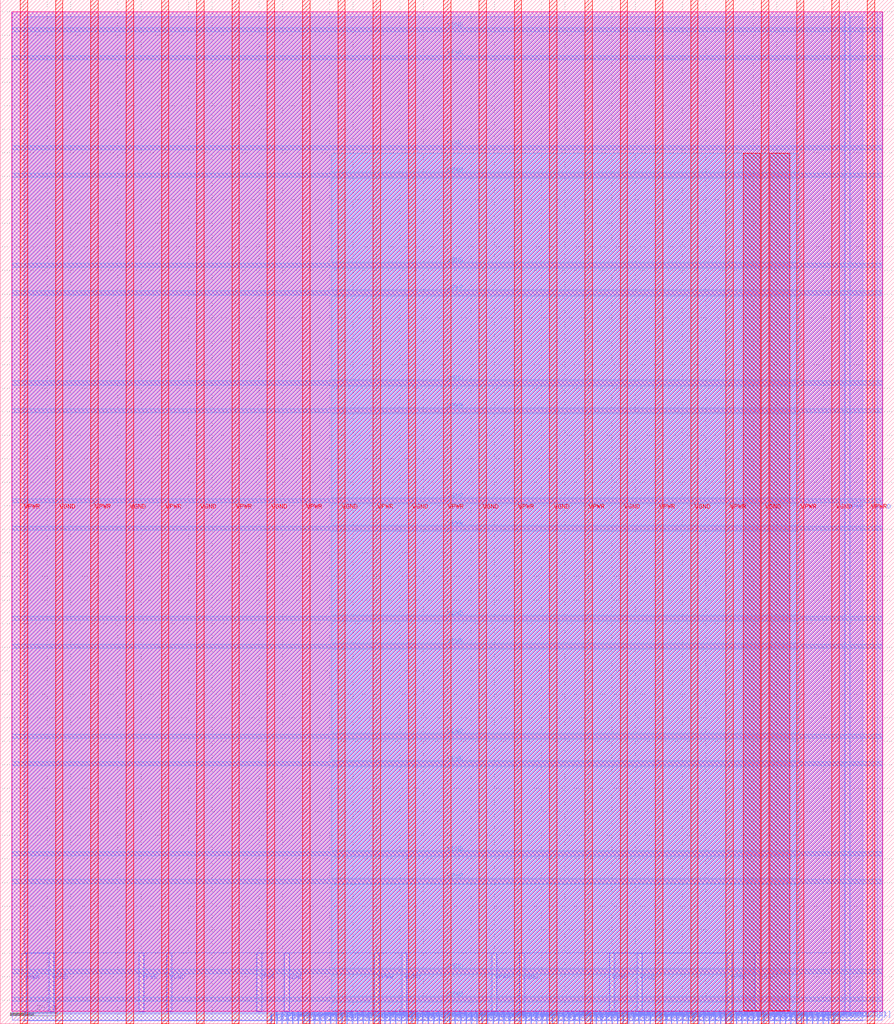
<source format=lef>
VERSION 5.7 ;
  NOWIREEXTENSIONATPIN ON ;
  DIVIDERCHAR "/" ;
  BUSBITCHARS "[]" ;
MACRO SRAM_1024x32_wb_wrapper
  CLASS BLOCK ;
  FOREIGN SRAM_1024x32_wb_wrapper ;
  ORIGIN 0.000 0.000 ;
  SIZE 380.000 BY 435.000 ;
  PIN VGND
    DIRECTION INOUT ;
    USE GROUND ;
    PORT
      LAYER met2 ;
        RECT 20.940 5.200 22.700 29.860 ;
    END
    PORT
      LAYER met2 ;
        RECT 70.940 5.200 72.700 29.860 ;
    END
    PORT
      LAYER met2 ;
        RECT 120.940 5.200 122.700 29.860 ;
    END
    PORT
      LAYER met2 ;
        RECT 170.940 5.200 172.700 29.860 ;
    END
    PORT
      LAYER met2 ;
        RECT 220.940 5.200 222.700 29.860 ;
    END
    PORT
      LAYER met2 ;
        RECT 270.940 5.200 272.700 29.720 ;
    END
    PORT
      LAYER met2 ;
        RECT 320.940 5.200 322.700 29.860 ;
    END
    PORT
      LAYER met2 ;
        RECT 370.940 5.200 372.700 430.000 ;
    END
    PORT
      LAYER met3 ;
        RECT 4.820 21.320 375.140 23.080 ;
    END
    PORT
      LAYER met3 ;
        RECT 4.820 71.320 375.140 73.080 ;
    END
    PORT
      LAYER met3 ;
        RECT 4.820 121.320 375.140 123.080 ;
    END
    PORT
      LAYER met3 ;
        RECT 4.820 171.320 375.140 173.080 ;
    END
    PORT
      LAYER met3 ;
        RECT 4.820 221.320 375.140 223.080 ;
    END
    PORT
      LAYER met3 ;
        RECT 4.820 271.320 375.140 273.080 ;
    END
    PORT
      LAYER met3 ;
        RECT 4.820 321.320 375.140 323.080 ;
    END
    PORT
      LAYER met3 ;
        RECT 4.820 371.320 375.140 373.080 ;
    END
    PORT
      LAYER met3 ;
        RECT 4.820 421.320 375.140 423.080 ;
    END
    PORT
      LAYER met4 ;
        RECT 23.510 0.000 26.610 435.000 ;
    END
    PORT
      LAYER met4 ;
        RECT 53.510 0.000 56.610 435.000 ;
    END
    PORT
      LAYER met4 ;
        RECT 83.510 0.000 86.610 435.000 ;
    END
    PORT
      LAYER met4 ;
        RECT 113.510 0.000 116.610 435.000 ;
    END
    PORT
      LAYER met4 ;
        RECT 143.510 0.000 146.610 435.000 ;
    END
    PORT
      LAYER met4 ;
        RECT 173.510 0.000 176.610 435.000 ;
    END
    PORT
      LAYER met4 ;
        RECT 203.510 0.000 206.610 435.000 ;
    END
    PORT
      LAYER met4 ;
        RECT 233.510 0.000 236.610 435.000 ;
    END
    PORT
      LAYER met4 ;
        RECT 263.510 0.000 266.610 435.000 ;
    END
    PORT
      LAYER met4 ;
        RECT 293.510 0.000 296.610 435.000 ;
    END
    PORT
      LAYER met4 ;
        RECT 323.510 0.000 326.610 435.000 ;
    END
    PORT
      LAYER met4 ;
        RECT 353.510 0.000 356.610 435.000 ;
    END
  END VGND
  PIN VPWR
    DIRECTION INOUT ;
    USE POWER ;
    PORT
      LAYER met2 ;
        RECT 9.180 5.200 10.940 29.720 ;
    END
    PORT
      LAYER met2 ;
        RECT 59.180 5.200 60.940 29.860 ;
    END
    PORT
      LAYER met2 ;
        RECT 109.180 5.200 110.940 29.860 ;
    END
    PORT
      LAYER met2 ;
        RECT 159.180 5.200 160.940 29.860 ;
    END
    PORT
      LAYER met2 ;
        RECT 209.180 5.200 210.940 29.860 ;
    END
    PORT
      LAYER met2 ;
        RECT 259.180 5.200 260.940 29.860 ;
    END
    PORT
      LAYER met2 ;
        RECT 309.180 5.200 310.940 29.860 ;
    END
    PORT
      LAYER met2 ;
        RECT 359.180 5.200 360.940 430.000 ;
    END
    PORT
      LAYER met3 ;
        RECT 4.820 9.560 375.140 11.320 ;
    END
    PORT
      LAYER met3 ;
        RECT 4.820 59.560 375.140 61.320 ;
    END
    PORT
      LAYER met3 ;
        RECT 4.820 109.560 375.140 111.320 ;
    END
    PORT
      LAYER met3 ;
        RECT 4.820 159.560 375.140 161.320 ;
    END
    PORT
      LAYER met3 ;
        RECT 4.820 209.560 375.140 211.320 ;
    END
    PORT
      LAYER met3 ;
        RECT 4.820 259.560 375.140 261.320 ;
    END
    PORT
      LAYER met3 ;
        RECT 4.820 309.560 375.140 311.320 ;
    END
    PORT
      LAYER met3 ;
        RECT 4.820 359.560 375.140 361.320 ;
    END
    PORT
      LAYER met3 ;
        RECT 4.820 409.560 375.140 411.320 ;
    END
    PORT
      LAYER met4 ;
        RECT 8.510 0.000 11.610 435.000 ;
    END
    PORT
      LAYER met4 ;
        RECT 38.510 0.000 41.610 435.000 ;
    END
    PORT
      LAYER met4 ;
        RECT 68.510 0.000 71.610 435.000 ;
    END
    PORT
      LAYER met4 ;
        RECT 98.510 0.000 101.610 435.000 ;
    END
    PORT
      LAYER met4 ;
        RECT 128.510 0.000 131.610 435.000 ;
    END
    PORT
      LAYER met4 ;
        RECT 158.510 0.000 161.610 435.000 ;
    END
    PORT
      LAYER met4 ;
        RECT 188.510 0.000 191.610 435.000 ;
    END
    PORT
      LAYER met4 ;
        RECT 218.510 0.000 221.610 435.000 ;
    END
    PORT
      LAYER met4 ;
        RECT 248.510 0.000 251.610 435.000 ;
    END
    PORT
      LAYER met4 ;
        RECT 278.510 0.000 281.610 435.000 ;
    END
    PORT
      LAYER met4 ;
        RECT 308.510 0.000 311.610 435.000 ;
    END
    PORT
      LAYER met4 ;
        RECT 338.510 0.000 341.610 435.000 ;
    END
    PORT
      LAYER met4 ;
        RECT 368.510 0.000 371.610 435.000 ;
    END
  END VPWR
  PIN wb_clk_i
    DIRECTION INPUT ;
    USE SIGNAL ;
    ANTENNAGATEAREA 0.852000 ;
    PORT
      LAYER met2 ;
        RECT 115.090 0.000 115.370 4.000 ;
    END
  END wb_clk_i
  PIN wb_rst_i
    DIRECTION INPUT ;
    USE SIGNAL ;
    ANTENNAGATEAREA 0.196500 ;
    PORT
      LAYER met2 ;
        RECT 117.390 0.000 117.670 4.000 ;
    END
  END wb_rst_i
  PIN wbs_ack_o
    DIRECTION OUTPUT ;
    USE SIGNAL ;
    ANTENNADIFFAREA 2.673000 ;
    PORT
      LAYER met2 ;
        RECT 119.690 0.000 119.970 4.000 ;
    END
  END wbs_ack_o
  PIN wbs_adr_i[0]
    DIRECTION INPUT ;
    USE SIGNAL ;
    ANTENNAGATEAREA 0.126000 ;
    PORT
      LAYER met2 ;
        RECT 128.890 0.000 129.170 4.000 ;
    END
  END wbs_adr_i[0]
  PIN wbs_adr_i[10]
    DIRECTION INPUT ;
    USE SIGNAL ;
    PORT
      LAYER met2 ;
        RECT 207.090 0.000 207.370 4.000 ;
    END
  END wbs_adr_i[10]
  PIN wbs_adr_i[11]
    DIRECTION INPUT ;
    USE SIGNAL ;
    PORT
      LAYER met2 ;
        RECT 213.990 0.000 214.270 4.000 ;
    END
  END wbs_adr_i[11]
  PIN wbs_adr_i[12]
    DIRECTION INPUT ;
    USE SIGNAL ;
    PORT
      LAYER met2 ;
        RECT 220.890 0.000 221.170 4.000 ;
    END
  END wbs_adr_i[12]
  PIN wbs_adr_i[13]
    DIRECTION INPUT ;
    USE SIGNAL ;
    PORT
      LAYER met2 ;
        RECT 227.790 0.000 228.070 4.000 ;
    END
  END wbs_adr_i[13]
  PIN wbs_adr_i[14]
    DIRECTION INPUT ;
    USE SIGNAL ;
    PORT
      LAYER met2 ;
        RECT 234.690 0.000 234.970 4.000 ;
    END
  END wbs_adr_i[14]
  PIN wbs_adr_i[15]
    DIRECTION INPUT ;
    USE SIGNAL ;
    PORT
      LAYER met2 ;
        RECT 241.590 0.000 241.870 4.000 ;
    END
  END wbs_adr_i[15]
  PIN wbs_adr_i[16]
    DIRECTION INPUT ;
    USE SIGNAL ;
    PORT
      LAYER met2 ;
        RECT 248.490 0.000 248.770 4.000 ;
    END
  END wbs_adr_i[16]
  PIN wbs_adr_i[17]
    DIRECTION INPUT ;
    USE SIGNAL ;
    PORT
      LAYER met2 ;
        RECT 255.390 0.000 255.670 4.000 ;
    END
  END wbs_adr_i[17]
  PIN wbs_adr_i[18]
    DIRECTION INPUT ;
    USE SIGNAL ;
    PORT
      LAYER met2 ;
        RECT 262.290 0.000 262.570 4.000 ;
    END
  END wbs_adr_i[18]
  PIN wbs_adr_i[19]
    DIRECTION INPUT ;
    USE SIGNAL ;
    PORT
      LAYER met2 ;
        RECT 269.190 0.000 269.470 4.000 ;
    END
  END wbs_adr_i[19]
  PIN wbs_adr_i[1]
    DIRECTION INPUT ;
    USE SIGNAL ;
    ANTENNAGATEAREA 0.126000 ;
    PORT
      LAYER met2 ;
        RECT 138.090 0.000 138.370 4.000 ;
    END
  END wbs_adr_i[1]
  PIN wbs_adr_i[20]
    DIRECTION INPUT ;
    USE SIGNAL ;
    PORT
      LAYER met2 ;
        RECT 276.090 0.000 276.370 4.000 ;
    END
  END wbs_adr_i[20]
  PIN wbs_adr_i[21]
    DIRECTION INPUT ;
    USE SIGNAL ;
    PORT
      LAYER met2 ;
        RECT 282.990 0.000 283.270 4.000 ;
    END
  END wbs_adr_i[21]
  PIN wbs_adr_i[22]
    DIRECTION INPUT ;
    USE SIGNAL ;
    PORT
      LAYER met2 ;
        RECT 289.890 0.000 290.170 4.000 ;
    END
  END wbs_adr_i[22]
  PIN wbs_adr_i[23]
    DIRECTION INPUT ;
    USE SIGNAL ;
    PORT
      LAYER met2 ;
        RECT 296.790 0.000 297.070 4.000 ;
    END
  END wbs_adr_i[23]
  PIN wbs_adr_i[24]
    DIRECTION INPUT ;
    USE SIGNAL ;
    PORT
      LAYER met2 ;
        RECT 303.690 0.000 303.970 4.000 ;
    END
  END wbs_adr_i[24]
  PIN wbs_adr_i[25]
    DIRECTION INPUT ;
    USE SIGNAL ;
    PORT
      LAYER met2 ;
        RECT 310.590 0.000 310.870 4.000 ;
    END
  END wbs_adr_i[25]
  PIN wbs_adr_i[26]
    DIRECTION INPUT ;
    USE SIGNAL ;
    PORT
      LAYER met2 ;
        RECT 317.490 0.000 317.770 4.000 ;
    END
  END wbs_adr_i[26]
  PIN wbs_adr_i[27]
    DIRECTION INPUT ;
    USE SIGNAL ;
    PORT
      LAYER met2 ;
        RECT 324.390 0.000 324.670 4.000 ;
    END
  END wbs_adr_i[27]
  PIN wbs_adr_i[28]
    DIRECTION INPUT ;
    USE SIGNAL ;
    PORT
      LAYER met2 ;
        RECT 331.290 0.000 331.570 4.000 ;
    END
  END wbs_adr_i[28]
  PIN wbs_adr_i[29]
    DIRECTION INPUT ;
    USE SIGNAL ;
    PORT
      LAYER met2 ;
        RECT 338.190 0.000 338.470 4.000 ;
    END
  END wbs_adr_i[29]
  PIN wbs_adr_i[2]
    DIRECTION INPUT ;
    USE SIGNAL ;
    ANTENNAGATEAREA 0.126000 ;
    PORT
      LAYER met2 ;
        RECT 147.290 0.000 147.570 4.000 ;
    END
  END wbs_adr_i[2]
  PIN wbs_adr_i[30]
    DIRECTION INPUT ;
    USE SIGNAL ;
    PORT
      LAYER met2 ;
        RECT 345.090 0.000 345.370 4.000 ;
    END
  END wbs_adr_i[30]
  PIN wbs_adr_i[31]
    DIRECTION INPUT ;
    USE SIGNAL ;
    PORT
      LAYER met2 ;
        RECT 351.990 0.000 352.270 4.000 ;
    END
  END wbs_adr_i[31]
  PIN wbs_adr_i[3]
    DIRECTION INPUT ;
    USE SIGNAL ;
    ANTENNAGATEAREA 0.126000 ;
    PORT
      LAYER met2 ;
        RECT 156.490 0.000 156.770 4.000 ;
    END
  END wbs_adr_i[3]
  PIN wbs_adr_i[4]
    DIRECTION INPUT ;
    USE SIGNAL ;
    ANTENNAGATEAREA 0.126000 ;
    PORT
      LAYER met2 ;
        RECT 165.690 0.000 165.970 4.000 ;
    END
  END wbs_adr_i[4]
  PIN wbs_adr_i[5]
    DIRECTION INPUT ;
    USE SIGNAL ;
    ANTENNAGATEAREA 0.126000 ;
    PORT
      LAYER met2 ;
        RECT 172.590 0.000 172.870 4.000 ;
    END
  END wbs_adr_i[5]
  PIN wbs_adr_i[6]
    DIRECTION INPUT ;
    USE SIGNAL ;
    ANTENNAGATEAREA 0.126000 ;
    PORT
      LAYER met2 ;
        RECT 179.490 0.000 179.770 4.000 ;
    END
  END wbs_adr_i[6]
  PIN wbs_adr_i[7]
    DIRECTION INPUT ;
    USE SIGNAL ;
    ANTENNAGATEAREA 0.126000 ;
    PORT
      LAYER met2 ;
        RECT 186.390 0.000 186.670 4.000 ;
    END
  END wbs_adr_i[7]
  PIN wbs_adr_i[8]
    DIRECTION INPUT ;
    USE SIGNAL ;
    ANTENNAGATEAREA 0.126000 ;
    PORT
      LAYER met2 ;
        RECT 193.290 0.000 193.570 4.000 ;
    END
  END wbs_adr_i[8]
  PIN wbs_adr_i[9]
    DIRECTION INPUT ;
    USE SIGNAL ;
    ANTENNAGATEAREA 0.126000 ;
    PORT
      LAYER met2 ;
        RECT 200.190 0.000 200.470 4.000 ;
    END
  END wbs_adr_i[9]
  PIN wbs_cyc_i
    DIRECTION INPUT ;
    USE SIGNAL ;
    ANTENNAGATEAREA 0.126000 ;
    PORT
      LAYER met2 ;
        RECT 121.990 0.000 122.270 4.000 ;
    END
  END wbs_cyc_i
  PIN wbs_dat_i[0]
    DIRECTION INPUT ;
    USE SIGNAL ;
    ANTENNAGATEAREA 0.126000 ;
    PORT
      LAYER met2 ;
        RECT 131.190 0.000 131.470 4.000 ;
    END
  END wbs_dat_i[0]
  PIN wbs_dat_i[10]
    DIRECTION INPUT ;
    USE SIGNAL ;
    ANTENNAGATEAREA 0.126000 ;
    PORT
      LAYER met2 ;
        RECT 209.390 0.000 209.670 4.000 ;
    END
  END wbs_dat_i[10]
  PIN wbs_dat_i[11]
    DIRECTION INPUT ;
    USE SIGNAL ;
    ANTENNAGATEAREA 0.126000 ;
    PORT
      LAYER met2 ;
        RECT 216.290 0.000 216.570 4.000 ;
    END
  END wbs_dat_i[11]
  PIN wbs_dat_i[12]
    DIRECTION INPUT ;
    USE SIGNAL ;
    ANTENNAGATEAREA 0.126000 ;
    PORT
      LAYER met2 ;
        RECT 223.190 0.000 223.470 4.000 ;
    END
  END wbs_dat_i[12]
  PIN wbs_dat_i[13]
    DIRECTION INPUT ;
    USE SIGNAL ;
    ANTENNAGATEAREA 0.126000 ;
    PORT
      LAYER met2 ;
        RECT 230.090 0.000 230.370 4.000 ;
    END
  END wbs_dat_i[13]
  PIN wbs_dat_i[14]
    DIRECTION INPUT ;
    USE SIGNAL ;
    ANTENNAGATEAREA 0.126000 ;
    PORT
      LAYER met2 ;
        RECT 236.990 0.000 237.270 4.000 ;
    END
  END wbs_dat_i[14]
  PIN wbs_dat_i[15]
    DIRECTION INPUT ;
    USE SIGNAL ;
    ANTENNAGATEAREA 0.126000 ;
    PORT
      LAYER met2 ;
        RECT 243.890 0.000 244.170 4.000 ;
    END
  END wbs_dat_i[15]
  PIN wbs_dat_i[16]
    DIRECTION INPUT ;
    USE SIGNAL ;
    ANTENNAGATEAREA 0.126000 ;
    PORT
      LAYER met2 ;
        RECT 250.790 0.000 251.070 4.000 ;
    END
  END wbs_dat_i[16]
  PIN wbs_dat_i[17]
    DIRECTION INPUT ;
    USE SIGNAL ;
    ANTENNAGATEAREA 0.126000 ;
    PORT
      LAYER met2 ;
        RECT 257.690 0.000 257.970 4.000 ;
    END
  END wbs_dat_i[17]
  PIN wbs_dat_i[18]
    DIRECTION INPUT ;
    USE SIGNAL ;
    ANTENNAGATEAREA 0.126000 ;
    PORT
      LAYER met2 ;
        RECT 264.590 0.000 264.870 4.000 ;
    END
  END wbs_dat_i[18]
  PIN wbs_dat_i[19]
    DIRECTION INPUT ;
    USE SIGNAL ;
    ANTENNAGATEAREA 0.126000 ;
    PORT
      LAYER met2 ;
        RECT 271.490 0.000 271.770 4.000 ;
    END
  END wbs_dat_i[19]
  PIN wbs_dat_i[1]
    DIRECTION INPUT ;
    USE SIGNAL ;
    ANTENNAGATEAREA 0.126000 ;
    PORT
      LAYER met2 ;
        RECT 140.390 0.000 140.670 4.000 ;
    END
  END wbs_dat_i[1]
  PIN wbs_dat_i[20]
    DIRECTION INPUT ;
    USE SIGNAL ;
    ANTENNAGATEAREA 0.126000 ;
    PORT
      LAYER met2 ;
        RECT 278.390 0.000 278.670 4.000 ;
    END
  END wbs_dat_i[20]
  PIN wbs_dat_i[21]
    DIRECTION INPUT ;
    USE SIGNAL ;
    ANTENNAGATEAREA 0.126000 ;
    PORT
      LAYER met2 ;
        RECT 285.290 0.000 285.570 4.000 ;
    END
  END wbs_dat_i[21]
  PIN wbs_dat_i[22]
    DIRECTION INPUT ;
    USE SIGNAL ;
    ANTENNAGATEAREA 0.126000 ;
    PORT
      LAYER met2 ;
        RECT 292.190 0.000 292.470 4.000 ;
    END
  END wbs_dat_i[22]
  PIN wbs_dat_i[23]
    DIRECTION INPUT ;
    USE SIGNAL ;
    ANTENNAGATEAREA 0.126000 ;
    PORT
      LAYER met2 ;
        RECT 299.090 0.000 299.370 4.000 ;
    END
  END wbs_dat_i[23]
  PIN wbs_dat_i[24]
    DIRECTION INPUT ;
    USE SIGNAL ;
    ANTENNAGATEAREA 0.126000 ;
    PORT
      LAYER met2 ;
        RECT 305.990 0.000 306.270 4.000 ;
    END
  END wbs_dat_i[24]
  PIN wbs_dat_i[25]
    DIRECTION INPUT ;
    USE SIGNAL ;
    ANTENNAGATEAREA 0.126000 ;
    PORT
      LAYER met2 ;
        RECT 312.890 0.000 313.170 4.000 ;
    END
  END wbs_dat_i[25]
  PIN wbs_dat_i[26]
    DIRECTION INPUT ;
    USE SIGNAL ;
    ANTENNAGATEAREA 0.126000 ;
    PORT
      LAYER met2 ;
        RECT 319.790 0.000 320.070 4.000 ;
    END
  END wbs_dat_i[26]
  PIN wbs_dat_i[27]
    DIRECTION INPUT ;
    USE SIGNAL ;
    ANTENNAGATEAREA 0.126000 ;
    PORT
      LAYER met2 ;
        RECT 326.690 0.000 326.970 4.000 ;
    END
  END wbs_dat_i[27]
  PIN wbs_dat_i[28]
    DIRECTION INPUT ;
    USE SIGNAL ;
    ANTENNAGATEAREA 0.126000 ;
    PORT
      LAYER met2 ;
        RECT 333.590 0.000 333.870 4.000 ;
    END
  END wbs_dat_i[28]
  PIN wbs_dat_i[29]
    DIRECTION INPUT ;
    USE SIGNAL ;
    ANTENNAGATEAREA 0.126000 ;
    PORT
      LAYER met2 ;
        RECT 340.490 0.000 340.770 4.000 ;
    END
  END wbs_dat_i[29]
  PIN wbs_dat_i[2]
    DIRECTION INPUT ;
    USE SIGNAL ;
    ANTENNAGATEAREA 0.126000 ;
    PORT
      LAYER met2 ;
        RECT 149.590 0.000 149.870 4.000 ;
    END
  END wbs_dat_i[2]
  PIN wbs_dat_i[30]
    DIRECTION INPUT ;
    USE SIGNAL ;
    ANTENNAGATEAREA 0.126000 ;
    PORT
      LAYER met2 ;
        RECT 347.390 0.000 347.670 4.000 ;
    END
  END wbs_dat_i[30]
  PIN wbs_dat_i[31]
    DIRECTION INPUT ;
    USE SIGNAL ;
    ANTENNAGATEAREA 0.126000 ;
    PORT
      LAYER met2 ;
        RECT 354.290 0.000 354.570 4.000 ;
    END
  END wbs_dat_i[31]
  PIN wbs_dat_i[3]
    DIRECTION INPUT ;
    USE SIGNAL ;
    ANTENNAGATEAREA 0.126000 ;
    PORT
      LAYER met2 ;
        RECT 158.790 0.000 159.070 4.000 ;
    END
  END wbs_dat_i[3]
  PIN wbs_dat_i[4]
    DIRECTION INPUT ;
    USE SIGNAL ;
    ANTENNAGATEAREA 0.126000 ;
    PORT
      LAYER met2 ;
        RECT 167.990 0.000 168.270 4.000 ;
    END
  END wbs_dat_i[4]
  PIN wbs_dat_i[5]
    DIRECTION INPUT ;
    USE SIGNAL ;
    ANTENNAGATEAREA 0.126000 ;
    PORT
      LAYER met2 ;
        RECT 174.890 0.000 175.170 4.000 ;
    END
  END wbs_dat_i[5]
  PIN wbs_dat_i[6]
    DIRECTION INPUT ;
    USE SIGNAL ;
    ANTENNAGATEAREA 0.126000 ;
    PORT
      LAYER met2 ;
        RECT 181.790 0.000 182.070 4.000 ;
    END
  END wbs_dat_i[6]
  PIN wbs_dat_i[7]
    DIRECTION INPUT ;
    USE SIGNAL ;
    ANTENNAGATEAREA 0.126000 ;
    PORT
      LAYER met2 ;
        RECT 188.690 0.000 188.970 4.000 ;
    END
  END wbs_dat_i[7]
  PIN wbs_dat_i[8]
    DIRECTION INPUT ;
    USE SIGNAL ;
    ANTENNAGATEAREA 0.126000 ;
    PORT
      LAYER met2 ;
        RECT 195.590 0.000 195.870 4.000 ;
    END
  END wbs_dat_i[8]
  PIN wbs_dat_i[9]
    DIRECTION INPUT ;
    USE SIGNAL ;
    ANTENNAGATEAREA 0.126000 ;
    PORT
      LAYER met2 ;
        RECT 202.490 0.000 202.770 4.000 ;
    END
  END wbs_dat_i[9]
  PIN wbs_dat_o[0]
    DIRECTION OUTPUT ;
    USE SIGNAL ;
    ANTENNADIFFAREA 2.673000 ;
    PORT
      LAYER met2 ;
        RECT 133.490 0.000 133.770 4.000 ;
    END
  END wbs_dat_o[0]
  PIN wbs_dat_o[10]
    DIRECTION OUTPUT ;
    USE SIGNAL ;
    ANTENNADIFFAREA 2.673000 ;
    PORT
      LAYER met2 ;
        RECT 211.690 0.000 211.970 4.000 ;
    END
  END wbs_dat_o[10]
  PIN wbs_dat_o[11]
    DIRECTION OUTPUT ;
    USE SIGNAL ;
    ANTENNADIFFAREA 2.673000 ;
    PORT
      LAYER met2 ;
        RECT 218.590 0.000 218.870 4.000 ;
    END
  END wbs_dat_o[11]
  PIN wbs_dat_o[12]
    DIRECTION OUTPUT ;
    USE SIGNAL ;
    ANTENNADIFFAREA 2.673000 ;
    PORT
      LAYER met2 ;
        RECT 225.490 0.000 225.770 4.000 ;
    END
  END wbs_dat_o[12]
  PIN wbs_dat_o[13]
    DIRECTION OUTPUT ;
    USE SIGNAL ;
    ANTENNADIFFAREA 2.673000 ;
    PORT
      LAYER met2 ;
        RECT 232.390 0.000 232.670 4.000 ;
    END
  END wbs_dat_o[13]
  PIN wbs_dat_o[14]
    DIRECTION OUTPUT ;
    USE SIGNAL ;
    ANTENNADIFFAREA 2.673000 ;
    PORT
      LAYER met2 ;
        RECT 239.290 0.000 239.570 4.000 ;
    END
  END wbs_dat_o[14]
  PIN wbs_dat_o[15]
    DIRECTION OUTPUT ;
    USE SIGNAL ;
    ANTENNADIFFAREA 2.673000 ;
    PORT
      LAYER met2 ;
        RECT 246.190 0.000 246.470 4.000 ;
    END
  END wbs_dat_o[15]
  PIN wbs_dat_o[16]
    DIRECTION OUTPUT ;
    USE SIGNAL ;
    ANTENNADIFFAREA 2.673000 ;
    PORT
      LAYER met2 ;
        RECT 253.090 0.000 253.370 4.000 ;
    END
  END wbs_dat_o[16]
  PIN wbs_dat_o[17]
    DIRECTION OUTPUT ;
    USE SIGNAL ;
    ANTENNADIFFAREA 2.673000 ;
    PORT
      LAYER met2 ;
        RECT 259.990 0.000 260.270 4.000 ;
    END
  END wbs_dat_o[17]
  PIN wbs_dat_o[18]
    DIRECTION OUTPUT ;
    USE SIGNAL ;
    ANTENNADIFFAREA 2.673000 ;
    PORT
      LAYER met2 ;
        RECT 266.890 0.000 267.170 4.000 ;
    END
  END wbs_dat_o[18]
  PIN wbs_dat_o[19]
    DIRECTION OUTPUT ;
    USE SIGNAL ;
    ANTENNADIFFAREA 2.673000 ;
    PORT
      LAYER met2 ;
        RECT 273.790 0.000 274.070 4.000 ;
    END
  END wbs_dat_o[19]
  PIN wbs_dat_o[1]
    DIRECTION OUTPUT ;
    USE SIGNAL ;
    ANTENNADIFFAREA 2.673000 ;
    PORT
      LAYER met2 ;
        RECT 142.690 0.000 142.970 4.000 ;
    END
  END wbs_dat_o[1]
  PIN wbs_dat_o[20]
    DIRECTION OUTPUT ;
    USE SIGNAL ;
    ANTENNADIFFAREA 2.673000 ;
    PORT
      LAYER met2 ;
        RECT 280.690 0.000 280.970 4.000 ;
    END
  END wbs_dat_o[20]
  PIN wbs_dat_o[21]
    DIRECTION OUTPUT ;
    USE SIGNAL ;
    ANTENNADIFFAREA 2.673000 ;
    PORT
      LAYER met2 ;
        RECT 287.590 0.000 287.870 4.000 ;
    END
  END wbs_dat_o[21]
  PIN wbs_dat_o[22]
    DIRECTION OUTPUT ;
    USE SIGNAL ;
    ANTENNADIFFAREA 2.673000 ;
    PORT
      LAYER met2 ;
        RECT 294.490 0.000 294.770 4.000 ;
    END
  END wbs_dat_o[22]
  PIN wbs_dat_o[23]
    DIRECTION OUTPUT ;
    USE SIGNAL ;
    ANTENNADIFFAREA 2.673000 ;
    PORT
      LAYER met2 ;
        RECT 301.390 0.000 301.670 4.000 ;
    END
  END wbs_dat_o[23]
  PIN wbs_dat_o[24]
    DIRECTION OUTPUT ;
    USE SIGNAL ;
    ANTENNADIFFAREA 2.673000 ;
    PORT
      LAYER met2 ;
        RECT 308.290 0.000 308.570 4.000 ;
    END
  END wbs_dat_o[24]
  PIN wbs_dat_o[25]
    DIRECTION OUTPUT ;
    USE SIGNAL ;
    ANTENNADIFFAREA 2.673000 ;
    PORT
      LAYER met2 ;
        RECT 315.190 0.000 315.470 4.000 ;
    END
  END wbs_dat_o[25]
  PIN wbs_dat_o[26]
    DIRECTION OUTPUT ;
    USE SIGNAL ;
    ANTENNADIFFAREA 2.673000 ;
    PORT
      LAYER met2 ;
        RECT 322.090 0.000 322.370 4.000 ;
    END
  END wbs_dat_o[26]
  PIN wbs_dat_o[27]
    DIRECTION OUTPUT ;
    USE SIGNAL ;
    ANTENNADIFFAREA 2.673000 ;
    PORT
      LAYER met2 ;
        RECT 328.990 0.000 329.270 4.000 ;
    END
  END wbs_dat_o[27]
  PIN wbs_dat_o[28]
    DIRECTION OUTPUT ;
    USE SIGNAL ;
    ANTENNADIFFAREA 2.673000 ;
    PORT
      LAYER met2 ;
        RECT 335.890 0.000 336.170 4.000 ;
    END
  END wbs_dat_o[28]
  PIN wbs_dat_o[29]
    DIRECTION OUTPUT ;
    USE SIGNAL ;
    ANTENNADIFFAREA 2.673000 ;
    PORT
      LAYER met2 ;
        RECT 342.790 0.000 343.070 4.000 ;
    END
  END wbs_dat_o[29]
  PIN wbs_dat_o[2]
    DIRECTION OUTPUT ;
    USE SIGNAL ;
    ANTENNADIFFAREA 2.673000 ;
    PORT
      LAYER met2 ;
        RECT 151.890 0.000 152.170 4.000 ;
    END
  END wbs_dat_o[2]
  PIN wbs_dat_o[30]
    DIRECTION OUTPUT ;
    USE SIGNAL ;
    ANTENNADIFFAREA 2.673000 ;
    PORT
      LAYER met2 ;
        RECT 349.690 0.000 349.970 4.000 ;
    END
  END wbs_dat_o[30]
  PIN wbs_dat_o[31]
    DIRECTION OUTPUT ;
    USE SIGNAL ;
    ANTENNADIFFAREA 2.673000 ;
    PORT
      LAYER met2 ;
        RECT 356.590 0.000 356.870 4.000 ;
    END
  END wbs_dat_o[31]
  PIN wbs_dat_o[3]
    DIRECTION OUTPUT ;
    USE SIGNAL ;
    ANTENNADIFFAREA 2.673000 ;
    PORT
      LAYER met2 ;
        RECT 161.090 0.000 161.370 4.000 ;
    END
  END wbs_dat_o[3]
  PIN wbs_dat_o[4]
    DIRECTION OUTPUT ;
    USE SIGNAL ;
    ANTENNADIFFAREA 2.673000 ;
    PORT
      LAYER met2 ;
        RECT 170.290 0.000 170.570 4.000 ;
    END
  END wbs_dat_o[4]
  PIN wbs_dat_o[5]
    DIRECTION OUTPUT ;
    USE SIGNAL ;
    ANTENNADIFFAREA 2.673000 ;
    PORT
      LAYER met2 ;
        RECT 177.190 0.000 177.470 4.000 ;
    END
  END wbs_dat_o[5]
  PIN wbs_dat_o[6]
    DIRECTION OUTPUT ;
    USE SIGNAL ;
    ANTENNADIFFAREA 2.673000 ;
    PORT
      LAYER met2 ;
        RECT 184.090 0.000 184.370 4.000 ;
    END
  END wbs_dat_o[6]
  PIN wbs_dat_o[7]
    DIRECTION OUTPUT ;
    USE SIGNAL ;
    ANTENNADIFFAREA 2.673000 ;
    PORT
      LAYER met2 ;
        RECT 190.990 0.000 191.270 4.000 ;
    END
  END wbs_dat_o[7]
  PIN wbs_dat_o[8]
    DIRECTION OUTPUT ;
    USE SIGNAL ;
    ANTENNADIFFAREA 2.673000 ;
    PORT
      LAYER met2 ;
        RECT 197.890 0.000 198.170 4.000 ;
    END
  END wbs_dat_o[8]
  PIN wbs_dat_o[9]
    DIRECTION OUTPUT ;
    USE SIGNAL ;
    ANTENNADIFFAREA 2.673000 ;
    PORT
      LAYER met2 ;
        RECT 204.790 0.000 205.070 4.000 ;
    END
  END wbs_dat_o[9]
  PIN wbs_sel_i[0]
    DIRECTION INPUT ;
    USE SIGNAL ;
    ANTENNAGATEAREA 0.126000 ;
    PORT
      LAYER met2 ;
        RECT 135.790 0.000 136.070 4.000 ;
    END
  END wbs_sel_i[0]
  PIN wbs_sel_i[1]
    DIRECTION INPUT ;
    USE SIGNAL ;
    ANTENNAGATEAREA 0.126000 ;
    PORT
      LAYER met2 ;
        RECT 144.990 0.000 145.270 4.000 ;
    END
  END wbs_sel_i[1]
  PIN wbs_sel_i[2]
    DIRECTION INPUT ;
    USE SIGNAL ;
    ANTENNAGATEAREA 0.126000 ;
    PORT
      LAYER met2 ;
        RECT 154.190 0.000 154.470 4.000 ;
    END
  END wbs_sel_i[2]
  PIN wbs_sel_i[3]
    DIRECTION INPUT ;
    USE SIGNAL ;
    ANTENNAGATEAREA 0.126000 ;
    PORT
      LAYER met2 ;
        RECT 163.390 0.000 163.670 4.000 ;
    END
  END wbs_sel_i[3]
  PIN wbs_stb_i
    DIRECTION INPUT ;
    USE SIGNAL ;
    ANTENNAGATEAREA 0.196500 ;
    PORT
      LAYER met2 ;
        RECT 124.290 0.000 124.570 4.000 ;
    END
  END wbs_stb_i
  PIN wbs_we_i
    DIRECTION INPUT ;
    USE SIGNAL ;
    ANTENNAGATEAREA 0.126000 ;
    PORT
      LAYER met2 ;
        RECT 126.590 0.000 126.870 4.000 ;
    END
  END wbs_we_i
  OBS
      LAYER nwell ;
        RECT 4.870 5.355 375.090 429.845 ;
      LAYER li1 ;
        RECT 5.060 5.355 374.900 429.845 ;
      LAYER met1 ;
        RECT 5.060 1.400 374.900 430.000 ;
      LAYER met2 ;
        RECT 10.100 30.140 358.900 427.870 ;
        RECT 10.100 30.000 20.660 30.140 ;
        RECT 11.220 4.920 20.660 30.000 ;
        RECT 22.980 4.920 58.900 30.140 ;
        RECT 61.220 4.920 70.660 30.140 ;
        RECT 72.980 4.920 108.900 30.140 ;
        RECT 111.220 4.920 120.660 30.140 ;
        RECT 122.980 4.920 158.900 30.140 ;
        RECT 161.220 4.920 170.660 30.140 ;
        RECT 172.980 4.920 208.900 30.140 ;
        RECT 211.220 4.920 220.660 30.140 ;
        RECT 222.980 4.920 258.900 30.140 ;
        RECT 261.220 30.000 308.900 30.140 ;
        RECT 261.220 4.920 270.660 30.000 ;
        RECT 272.980 4.920 308.900 30.000 ;
        RECT 311.220 4.920 320.660 30.140 ;
        RECT 322.980 4.920 358.900 30.140 ;
        RECT 361.220 4.920 366.520 427.870 ;
        RECT 10.100 4.280 366.520 4.920 ;
        RECT 10.100 1.370 114.810 4.280 ;
        RECT 115.650 1.370 117.110 4.280 ;
        RECT 117.950 1.370 119.410 4.280 ;
        RECT 120.250 1.370 121.710 4.280 ;
        RECT 122.550 1.370 124.010 4.280 ;
        RECT 124.850 1.370 126.310 4.280 ;
        RECT 127.150 1.370 128.610 4.280 ;
        RECT 129.450 1.370 130.910 4.280 ;
        RECT 131.750 1.370 133.210 4.280 ;
        RECT 134.050 1.370 135.510 4.280 ;
        RECT 136.350 1.370 137.810 4.280 ;
        RECT 138.650 1.370 140.110 4.280 ;
        RECT 140.950 1.370 142.410 4.280 ;
        RECT 143.250 1.370 144.710 4.280 ;
        RECT 145.550 1.370 147.010 4.280 ;
        RECT 147.850 1.370 149.310 4.280 ;
        RECT 150.150 1.370 151.610 4.280 ;
        RECT 152.450 1.370 153.910 4.280 ;
        RECT 154.750 1.370 156.210 4.280 ;
        RECT 157.050 1.370 158.510 4.280 ;
        RECT 159.350 1.370 160.810 4.280 ;
        RECT 161.650 1.370 163.110 4.280 ;
        RECT 163.950 1.370 165.410 4.280 ;
        RECT 166.250 1.370 167.710 4.280 ;
        RECT 168.550 1.370 170.010 4.280 ;
        RECT 170.850 1.370 172.310 4.280 ;
        RECT 173.150 1.370 174.610 4.280 ;
        RECT 175.450 1.370 176.910 4.280 ;
        RECT 177.750 1.370 179.210 4.280 ;
        RECT 180.050 1.370 181.510 4.280 ;
        RECT 182.350 1.370 183.810 4.280 ;
        RECT 184.650 1.370 186.110 4.280 ;
        RECT 186.950 1.370 188.410 4.280 ;
        RECT 189.250 1.370 190.710 4.280 ;
        RECT 191.550 1.370 193.010 4.280 ;
        RECT 193.850 1.370 195.310 4.280 ;
        RECT 196.150 1.370 197.610 4.280 ;
        RECT 198.450 1.370 199.910 4.280 ;
        RECT 200.750 1.370 202.210 4.280 ;
        RECT 203.050 1.370 204.510 4.280 ;
        RECT 205.350 1.370 206.810 4.280 ;
        RECT 207.650 1.370 209.110 4.280 ;
        RECT 209.950 1.370 211.410 4.280 ;
        RECT 212.250 1.370 213.710 4.280 ;
        RECT 214.550 1.370 216.010 4.280 ;
        RECT 216.850 1.370 218.310 4.280 ;
        RECT 219.150 1.370 220.610 4.280 ;
        RECT 221.450 1.370 222.910 4.280 ;
        RECT 223.750 1.370 225.210 4.280 ;
        RECT 226.050 1.370 227.510 4.280 ;
        RECT 228.350 1.370 229.810 4.280 ;
        RECT 230.650 1.370 232.110 4.280 ;
        RECT 232.950 1.370 234.410 4.280 ;
        RECT 235.250 1.370 236.710 4.280 ;
        RECT 237.550 1.370 239.010 4.280 ;
        RECT 239.850 1.370 241.310 4.280 ;
        RECT 242.150 1.370 243.610 4.280 ;
        RECT 244.450 1.370 245.910 4.280 ;
        RECT 246.750 1.370 248.210 4.280 ;
        RECT 249.050 1.370 250.510 4.280 ;
        RECT 251.350 1.370 252.810 4.280 ;
        RECT 253.650 1.370 255.110 4.280 ;
        RECT 255.950 1.370 257.410 4.280 ;
        RECT 258.250 1.370 259.710 4.280 ;
        RECT 260.550 1.370 262.010 4.280 ;
        RECT 262.850 1.370 264.310 4.280 ;
        RECT 265.150 1.370 266.610 4.280 ;
        RECT 267.450 1.370 268.910 4.280 ;
        RECT 269.750 1.370 271.210 4.280 ;
        RECT 272.050 1.370 273.510 4.280 ;
        RECT 274.350 1.370 275.810 4.280 ;
        RECT 276.650 1.370 278.110 4.280 ;
        RECT 278.950 1.370 280.410 4.280 ;
        RECT 281.250 1.370 282.710 4.280 ;
        RECT 283.550 1.370 285.010 4.280 ;
        RECT 285.850 1.370 287.310 4.280 ;
        RECT 288.150 1.370 289.610 4.280 ;
        RECT 290.450 1.370 291.910 4.280 ;
        RECT 292.750 1.370 294.210 4.280 ;
        RECT 295.050 1.370 296.510 4.280 ;
        RECT 297.350 1.370 298.810 4.280 ;
        RECT 299.650 1.370 301.110 4.280 ;
        RECT 301.950 1.370 303.410 4.280 ;
        RECT 304.250 1.370 305.710 4.280 ;
        RECT 306.550 1.370 308.010 4.280 ;
        RECT 308.850 1.370 310.310 4.280 ;
        RECT 311.150 1.370 312.610 4.280 ;
        RECT 313.450 1.370 314.910 4.280 ;
        RECT 315.750 1.370 317.210 4.280 ;
        RECT 318.050 1.370 319.510 4.280 ;
        RECT 320.350 1.370 321.810 4.280 ;
        RECT 322.650 1.370 324.110 4.280 ;
        RECT 324.950 1.370 326.410 4.280 ;
        RECT 327.250 1.370 328.710 4.280 ;
        RECT 329.550 1.370 331.010 4.280 ;
        RECT 331.850 1.370 333.310 4.280 ;
        RECT 334.150 1.370 335.610 4.280 ;
        RECT 336.450 1.370 337.910 4.280 ;
        RECT 338.750 1.370 340.210 4.280 ;
        RECT 341.050 1.370 342.510 4.280 ;
        RECT 343.350 1.370 344.810 4.280 ;
        RECT 345.650 1.370 347.110 4.280 ;
        RECT 347.950 1.370 349.410 4.280 ;
        RECT 350.250 1.370 351.710 4.280 ;
        RECT 352.550 1.370 354.010 4.280 ;
        RECT 354.850 1.370 356.310 4.280 ;
        RECT 357.150 1.370 366.520 4.280 ;
      LAYER met3 ;
        RECT 140.825 361.720 339.415 369.745 ;
        RECT 140.825 323.480 339.415 359.160 ;
        RECT 140.825 311.720 339.415 320.920 ;
        RECT 140.825 273.480 339.415 309.160 ;
        RECT 140.825 261.720 339.415 270.920 ;
        RECT 140.825 223.480 339.415 259.160 ;
        RECT 140.825 211.720 339.415 220.920 ;
        RECT 140.825 173.480 339.415 209.160 ;
        RECT 140.825 161.720 339.415 170.920 ;
        RECT 140.825 123.480 339.415 159.160 ;
        RECT 140.825 111.720 339.415 120.920 ;
        RECT 140.825 73.480 339.415 109.160 ;
        RECT 140.825 61.720 339.415 70.920 ;
        RECT 140.825 23.480 339.415 59.160 ;
        RECT 140.825 11.720 339.415 20.920 ;
        RECT 140.825 5.620 339.415 9.160 ;
      LAYER met4 ;
        RECT 315.855 5.615 323.110 369.745 ;
        RECT 327.010 5.615 335.505 369.745 ;
  END
END SRAM_1024x32_wb_wrapper
END LIBRARY


</source>
